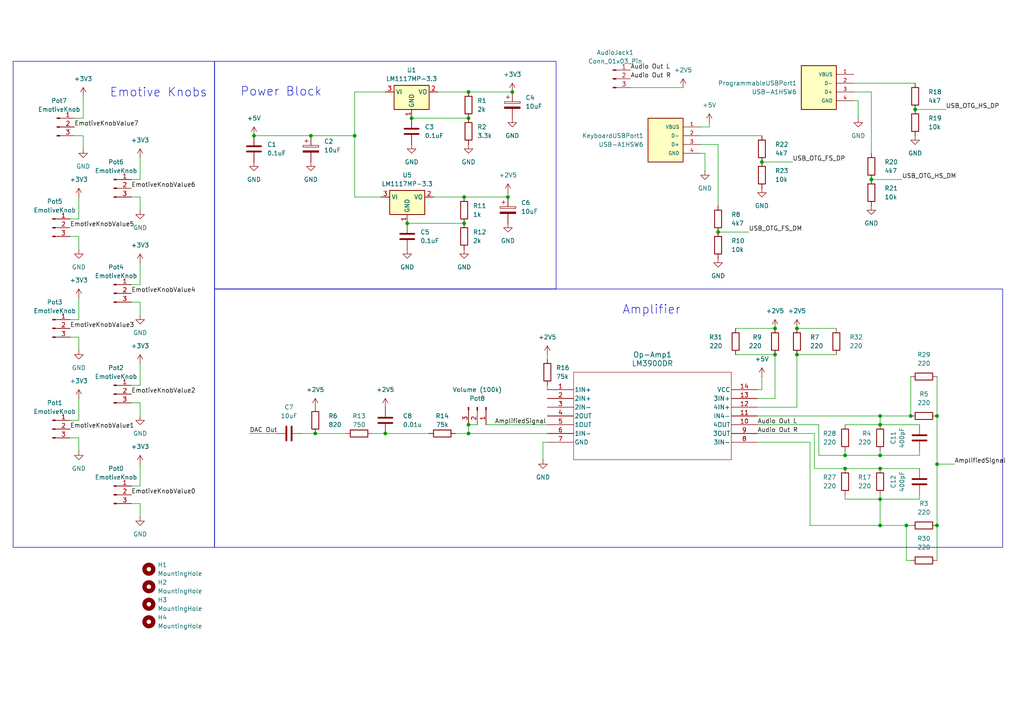
<source format=kicad_sch>
(kicad_sch (version 20231120) (generator "eeschema") (generator_version "8.0")
  (paper "A4")
  (junction (at 381 -10.16))
  (junction (at 245.11 -80.01))
  (junction (at 381 -27.94))
  (junction (at 148.59 26.67))
  (junction (at 339.09 73.66))
  (junction (at 111.76 125.73))
  (junction (at 265.43 31.75))
  (junction (at 240.03 -44.45))
  (junction (at 135.89 26.67))
  (junction (at 134.62 57.15))
  (junction (at 91.44 125.73))
  (junction (at 381 10.16))
  (junction (at 135.89 125.73))
  (junction (at 427.99 -71.12))
  (junction (at 255.27 120.65))
  (junction (at 427.99 -73.66))
  (junction (at 381 -25.4))
  (junction (at 334.01 73.66))
  (junction (at 381 25.4))
  (junction (at 331.47 73.66))
  (junction (at 381 7.62))
  (junction (at 381 20.32))
  (junction (at 90.17 39.37))
  (junction (at 255.27 132.08))
  (junction (at 427.99 -85.09))
  (junction (at 381 15.24))
  (junction (at 381 -22.86))
  (junction (at 427.99 -63.5))
  (junction (at 73.66 39.37))
  (junction (at 119.38 34.29))
  (junction (at 264.16 120.65))
  (junction (at 118.11 64.77))
  (junction (at 252.73 52.07))
  (junction (at 427.99 -68.58))
  (junction (at 381 -30.48))
  (junction (at 381 30.48))
  (junction (at 134.62 64.77))
  (junction (at 381 35.56))
  (junction (at 381 0))
  (junction (at 255.27 144.78))
  (junction (at 427.99 -66.04))
  (junction (at 381 -7.62))
  (junction (at 427.99 -53.34))
  (junction (at 271.78 152.4))
  (junction (at 245.11 135.89))
  (junction (at 231.14 95.25))
  (junction (at 381 2.54))
  (junction (at 224.79 95.25))
  (junction (at 245.11 -72.39))
  (junction (at 381 27.94))
  (junction (at 381 5.08))
  (junction (at 427.99 -50.8))
  (junction (at 147.32 57.15))
  (junction (at 220.98 46.99))
  (junction (at 427.99 -76.2))
  (junction (at 102.87 39.37))
  (junction (at 224.79 102.87))
  (junction (at 271.78 134.62))
  (junction (at 381 -20.32))
  (junction (at 381 33.02))
  (junction (at 255.27 135.89))
  (junction (at 208.28 67.31))
  (junction (at 245.11 -87.63))
  (junction (at 381 -2.54))
  (junction (at 231.14 102.87))
  (junction (at 381 17.78))
  (junction (at 381 -5.08))
  (junction (at 381 -12.7))
  (junction (at 245.11 132.08))
  (junction (at 425.45 96.52))
  (junction (at 255.27 123.19))
  (junction (at 335.28 167.64))
  (junction (at 381 -15.24))
  (junction (at 135.89 123.19))
  (junction (at 425.45 99.06))
  (junction (at 381 22.86))
  (junction (at 262.89 152.4))
  (junction (at 255.27 152.4))
  (junction (at 135.89 34.29))
  (junction (at 336.55 73.66))
  (junction (at 425.45 101.6))
  (junction (at 381 12.7))
  (junction (at 381 -17.78))
  (junction (at 271.78 120.65))
  (junction (at 427.99 -55.88))
  (wire (pts (xy 266.7 130.81) (xy 266.7 132.08)))
  (wire (pts (xy 125.73 57.15) (xy 134.62 57.15)))
  (wire (pts (xy 118.11 64.77) (xy 134.62 64.77)))
  (wire (pts (xy 255.27 135.89) (xy 266.7 135.89)))
  (wire (pts (xy 245.11 -87.63) (xy 245.11 -80.01)))
  (wire (pts (xy 220.98 46.99) (xy 229.87 46.99)))
  (wire (pts (xy 127 26.67) (xy 135.89 26.67)))
  (wire (pts (xy 381 20.32) (xy 381 22.86)))
  (wire (pts (xy 255.27 144.78) (xy 266.7 144.78)))
  (wire (pts (xy 245.11 135.89) (xy 236.22 135.89)))
  (wire (pts (xy 421.64 -71.12) (xy 427.99 -71.12)))
  (wire (pts (xy 427.99 -55.88) (xy 427.99 -58.42)))
  (wire (pts (xy 87.63 125.73) (xy 91.44 125.73)))
  (wire (pts (xy 134.62 57.15) (xy 147.32 57.15)))
  (wire (pts (xy 240.03 -59.69) (xy 240.03 -54.61)))
  (wire (pts (xy 111.76 125.73) (xy 124.46 125.73)))
  (wire (pts (xy 240.03 -52.07) (xy 251.46 -52.07)))
  (wire (pts (xy 20.32 63.5) (xy 22.86 63.5)))
  (wire (pts (xy 38.1 52.07) (xy 40.64 52.07)))
  (wire (pts (xy 381 15.24) (xy 381 17.78)))
  (wire (pts (xy 427.99 -60.96) (xy 427.99 -63.5)))
  (wire (pts (xy 208.28 59.69) (xy 208.28 41.91)))
  (wire (pts (xy 219.71 113.03) (xy 220.98 113.03)))
  (wire (pts (xy 427.99 -53.34) (xy 427.99 -55.88)))
  (wire (pts (xy 255.27 132.08) (xy 266.7 132.08)))
  (wire (pts (xy 381 -7.62) (xy 381 -5.08)))
  (wire (pts (xy 381 2.54) (xy 381 5.08)))
  (wire (pts (xy 316.23 142.24) (xy 308.61 142.24)))
  (wire (pts (xy 203.2 36.83) (xy 205.74 36.83)))
  (wire (pts (xy 427.99 -66.04) (xy 427.99 -63.5)))
  (wire (pts (xy 421.64 -58.42) (xy 427.99 -58.42)))
  (wire (pts (xy 38.1 140.97) (xy 40.64 140.97)))
  (wire (pts (xy 381 27.94) (xy 381 30.48)))
  (wire (pts (xy 22.86 68.58) (xy 22.86 72.39)))
  (wire (pts (xy 252.73 26.67) (xy 247.65 26.67)))
  (wire (pts (xy 234.95 128.27) (xy 219.71 128.27)))
  (wire (pts (xy 381 0) (xy 381 2.54)))
  (wire (pts (xy 40.64 57.15) (xy 40.64 60.96)))
  (wire (pts (xy 40.64 45.72) (xy 40.64 52.07)))
  (wire (pts (xy 421.64 -53.34) (xy 427.99 -53.34)))
  (wire (pts (xy 381 -20.32) (xy 381 -17.78)))
  (wire (pts (xy 255.27 143.51) (xy 255.27 144.78)))
  (wire (pts (xy 237.49 123.19) (xy 219.71 123.19)))
  (wire (pts (xy 20.32 121.92) (xy 22.86 121.92)))
  (wire (pts (xy 381 25.4) (xy 381 27.94)))
  (wire (pts (xy 421.64 -76.2) (xy 427.99 -76.2)))
  (wire (pts (xy 271.78 134.62) (xy 271.78 152.4)))
  (wire (pts (xy 381 -22.86) (xy 381 -20.32)))
  (wire (pts (xy 24.13 39.37) (xy 24.13 43.18)))
  (wire (pts (xy 22.86 86.36) (xy 22.86 92.71)))
  (wire (pts (xy 252.73 52.07) (xy 261.62 52.07)))
  (wire (pts (xy 248.92 29.21) (xy 247.65 29.21)))
  (wire (pts (xy 213.36 95.25) (xy 224.79 95.25)))
  (wire (pts (xy 425.45 101.6) (xy 425.45 113.03)))
  (wire (pts (xy 135.89 125.73) (xy 158.75 125.73)))
  (wire (pts (xy 240.03 -54.61) (xy 251.46 -54.61)))
  (wire (pts (xy 22.86 57.15) (xy 22.86 63.5)))
  (wire (pts (xy 224.79 102.87) (xy 224.79 115.57)))
  (wire (pts (xy 421.64 101.6) (xy 425.45 101.6)))
  (wire (pts (xy 316.23 83.82) (xy 303.53 83.82)))
  (wire (pts (xy 245.11 -87.63) (xy 251.46 -87.63)))
  (wire (pts (xy 421.64 99.06) (xy 425.45 99.06)))
  (wire (pts (xy 334.01 73.66) (xy 336.55 73.66)))
  (wire (pts (xy 245.11 144.78) (xy 255.27 144.78)))
  (wire (pts (xy 102.87 26.67) (xy 111.76 26.67)))
  (wire (pts (xy 132.08 125.73) (xy 135.89 125.73)))
  (wire (pts (xy 381 5.08) (xy 381 7.62)))
  (wire (pts (xy 21.59 39.37) (xy 24.13 39.37)))
  (wire (pts (xy 265.43 31.75) (xy 274.32 31.75)))
  (wire (pts (xy 425.45 96.52) (xy 425.45 99.06)))
  (wire (pts (xy 20.32 127) (xy 22.86 127)))
  (wire (pts (xy 381 -5.08) (xy 381 -2.54)))
  (wire (pts (xy 38.1 111.76) (xy 40.64 111.76)))
  (wire (pts (xy 102.87 39.37) (xy 102.87 57.15)))
  (wire (pts (xy 313.69 91.44) (xy 316.23 91.44)))
  (wire (pts (xy 73.66 39.37) (xy 90.17 39.37)))
  (wire (pts (xy 425.45 93.98) (xy 425.45 96.52)))
  (wire (pts (xy 435.61 -85.09) (xy 438.15 -85.09)))
  (wire (pts (xy 158.75 102.87) (xy 158.75 104.14)))
  (wire (pts (xy 245.11 132.08) (xy 237.49 132.08)))
  (wire (pts (xy 219.71 120.65) (xy 255.27 120.65)))
  (wire (pts (xy 421.64 -40.64) (xy 431.8 -40.64)))
  (wire (pts (xy 91.44 125.73) (xy 100.33 125.73)))
  (wire (pts (xy 158.75 111.76) (xy 158.75 113.03)))
  (wire (pts (xy 303.53 83.82) (xy 303.53 86.36)))
  (wire (pts (xy 22.86 115.57) (xy 22.86 121.92)))
  (wire (pts (xy 381 -10.16) (xy 381 -7.62)))
  (wire (pts (xy 158.75 128.27) (xy 157.48 128.27)))
  (wire (pts (xy 381 -15.24) (xy 381 -12.7)))
  (wire (pts (xy 231.14 102.87) (xy 242.57 102.87)))
  (wire (pts (xy 38.1 87.63) (xy 40.64 87.63)))
  (wire (pts (xy 271.78 152.4) (xy 271.78 162.56)))
  (wire (pts (xy 266.7 143.51) (xy 266.7 144.78)))
  (wire (pts (xy 38.1 146.05) (xy 40.64 146.05)))
  (wire (pts (xy 381 12.7) (xy 381 15.24)))
  (wire (pts (xy 236.22 125.73) (xy 219.71 125.73)))
  (wire (pts (xy 381 -17.78) (xy 381 -15.24)))
  (wire (pts (xy 264.16 109.22) (xy 264.16 120.65)))
  (wire (pts (xy 40.64 76.2) (xy 40.64 82.55)))
  (wire (pts (xy 381 22.86) (xy 381 25.4)))
  (wire (pts (xy 339.09 73.66) (xy 341.63 73.66)))
  (wire (pts (xy 22.86 97.79) (xy 22.86 101.6)))
  (wire (pts (xy 245.11 -72.39) (xy 251.46 -72.39)))
  (wire (pts (xy 262.89 152.4) (xy 262.89 162.56)))
  (wire (pts (xy 90.17 39.37) (xy 102.87 39.37)))
  (wire (pts (xy 438.15 -86.36) (xy 438.15 -85.09)))
  (wire (pts (xy 271.78 109.22) (xy 271.78 120.65)))
  (wire (pts (xy 421.64 96.52) (xy 425.45 96.52)))
  (wire (pts (xy 21.59 34.29) (xy 24.13 34.29)))
  (wire (pts (xy 231.14 118.11) (xy 231.14 102.87)))
  (wire (pts (xy 381 -33.02) (xy 381 -30.48)))
  (wire (pts (xy 419.1 -85.09) (xy 420.37 -85.09)))
  (wire (pts (xy 245.11 123.19) (xy 255.27 123.19)))
  (wire (pts (xy 22.86 127) (xy 22.86 130.81)))
  (wire (pts (xy 335.28 167.64) (xy 335.28 172.72)))
  (wire (pts (xy 255.27 120.65) (xy 255.27 123.19)))
  (wire (pts (xy 427.99 -85.09) (xy 427.99 -76.2)))
  (wire (pts (xy 245.11 130.81) (xy 245.11 132.08)))
  (wire (pts (xy 110.49 57.15) (xy 102.87 57.15)))
  (wire (pts (xy 119.38 34.29) (xy 135.89 34.29)))
  (wire (pts (xy 421.64 -63.5) (xy 427.99 -63.5)))
  (wire (pts (xy 433.07 -50.8) (xy 433.07 -53.34)))
  (wire (pts (xy 255.27 120.65) (xy 264.16 120.65)))
  (wire (pts (xy 262.89 152.4) (xy 264.16 152.4)))
  (wire (pts (xy 107.95 125.73) (xy 111.76 125.73)))
  (wire (pts (xy 381 -27.94) (xy 381 -25.4)))
  (wire (pts (xy 224.79 115.57) (xy 219.71 115.57)))
  (wire (pts (xy 262.89 162.56) (xy 264.16 162.56)))
  (wire (pts (xy 255.27 135.89) (xy 245.11 135.89)))
  (wire (pts (xy 208.28 41.91) (xy 203.2 41.91)))
  (wire (pts (xy 40.64 146.05) (xy 40.64 149.86)))
  (wire (pts (xy 251.46 -95.25) (xy 245.11 -95.25)))
  (wire (pts (xy 234.95 152.4) (xy 255.27 152.4)))
  (wire (pts (xy 421.64 -50.8) (xy 427.99 -50.8)))
  (wire (pts (xy 255.27 132.08) (xy 245.11 132.08)))
  (wire (pts (xy 40.64 105.41) (xy 40.64 111.76)))
  (wire (pts (xy 234.95 128.27) (xy 234.95 152.4)))
  (wire (pts (xy 220.98 109.22) (xy 220.98 113.03)))
  (wire (pts (xy 334.01 167.64) (xy 335.28 167.64)))
  (wire (pts (xy 427.99 -50.8) (xy 433.07 -50.8)))
  (wire (pts (xy 276.86 134.62) (xy 271.78 134.62)))
  (wire (pts (xy 182.88 25.4) (xy 198.12 25.4)))
  (wire (pts (xy 229.87 -44.45) (xy 240.03 -44.45)))
  (wire (pts (xy 231.14 95.25) (xy 242.57 95.25)))
  (wire (pts (xy 208.28 67.31) (xy 217.17 67.31)))
  (wire (pts (xy 38.1 57.15) (xy 40.64 57.15)))
  (wire (pts (xy 252.73 44.45) (xy 252.73 26.67)))
  (wire (pts (xy 135.89 26.67) (xy 148.59 26.67)))
  (wire (pts (xy 245.11 143.51) (xy 245.11 144.78)))
  (wire (pts (xy 427.99 -76.2) (xy 427.99 -73.66)))
  (wire (pts (xy 237.49 132.08) (xy 237.49 123.19)))
  (wire (pts (xy 339.09 69.85) (xy 339.09 73.66)))
  (wire (pts (xy 20.32 68.58) (xy 22.86 68.58)))
  (wire (pts (xy 421.64 -55.88) (xy 427.99 -55.88)))
  (wire (pts (xy 381 -12.7) (xy 381 -10.16)))
  (wire (pts (xy 213.36 102.87) (xy 224.79 102.87)))
  (wire (pts (xy 40.64 87.63) (xy 40.64 91.44)))
  (wire (pts (xy 425.45 99.06) (xy 425.45 101.6)))
  (wire (pts (xy 271.78 120.65) (xy 271.78 134.62)))
  (wire (pts (xy 331.47 73.66) (xy 334.01 73.66)))
  (wire (pts (xy 381 10.16) (xy 381 12.7)))
  (wire (pts (xy 427.99 -71.12) (xy 427.99 -68.58)))
  (wire (pts (xy 138.43 123.19) (xy 135.89 123.19)))
  (wire (pts (xy 336.55 73.66) (xy 339.09 73.66)))
  (wire (pts (xy 381 -25.4) (xy 381 -22.86)))
  (wire (pts (xy 316.23 88.9) (xy 313.69 88.9)))
  (wire (pts (xy 381 -30.48) (xy 381 -27.94)))
  (wire (pts (xy 240.03 -87.63) (xy 245.11 -87.63)))
  (wire (pts (xy 219.71 118.11) (xy 231.14 118.11)))
  (wire (pts (xy 20.32 92.71) (xy 22.86 92.71)))
  (wire (pts (xy 381 35.56) (xy 381 39.37)))
  (wire (pts (xy 24.13 27.94) (xy 24.13 34.29)))
  (wire (pts (xy 421.64 93.98) (xy 425.45 93.98)))
  (wire (pts (xy 255.27 130.81) (xy 255.27 132.08)))
  (wire (pts (xy 255.27 144.78) (xy 255.27 152.4)))
  (wire (pts (xy 157.48 128.27) (xy 157.48 133.35)))
  (wire (pts (xy 335.28 167.64) (xy 336.55 167.64)))
  (wire (pts (xy 245.11 -72.39) (xy 245.11 -57.15)))
  (wire (pts (xy 313.69 88.9) (xy 313.69 91.44)))
  (wire (pts (xy 38.1 82.55) (xy 40.64 82.55)))
  (wire (pts (xy 255.27 152.4) (xy 262.89 152.4)))
  (wire (pts (xy 248.92 34.29) (xy 248.92 29.21)))
  (wire (pts (xy 421.64 -68.58) (xy 427.99 -68.58)))
  (wire (pts (xy 204.47 49.53) (xy 204.47 44.45)))
  (wire (pts (xy 381 17.78) (xy 381 20.32)))
  (wire (pts (xy 308.61 142.24) (xy 308.61 143.51)))
  (wire (pts (xy 140.97 123.19) (xy 158.75 123.19)))
  (wire (pts (xy 421.64 -60.96) (xy 427.99 -60.96)))
  (wire (pts (xy 421.64 -73.66) (xy 427.99 -73.66)))
  (wire (pts (xy 102.87 26.67) (xy 102.87 39.37)))
  (wire (pts (xy 245.11 -80.01) (xy 245.11 -72.39)))
  (wire (pts (xy 328.93 73.66) (xy 331.47 73.66)))
  (wire (pts (xy 40.64 116.84) (xy 40.64 120.65)))
  (wire (pts (xy 240.03 -82.55) (xy 240.03 -87.63)))
  (wire (pts (xy 247.65 24.13) (xy 265.43 24.13)))
  (wire (pts (xy 72.39 125.73) (xy 80.01 125.73)))
  (wire (pts (xy 147.32 55.88) (xy 147.32 57.15)))
  (wire (pts (xy 381 33.02) (xy 381 35.56)))
  (wire (pts (xy 236.22 135.89) (xy 236.22 125.73)))
  (wire (pts (xy 40.64 134.62) (xy 40.64 140.97)))
  (wire (pts (xy 245.11 -80.01) (xy 251.46 -80.01)))
  (wire (pts (xy 38.1 116.84) (xy 40.64 116.84)))
  (wire (pts (xy 421.64 -66.04) (xy 427.99 -66.04)))
  (wire (pts (xy 381 7.62) (xy 381 10.16)))
  (wire (pts (xy 203.2 39.37) (xy 220.98 39.37)))
  (wire (pts (xy 255.27 123.19) (xy 266.7 123.19)))
  (wire (pts (xy 204.47 44.45) (xy 203.2 44.45)))
  (wire (pts (xy 381 30.48) (xy 381 33.02)))
  (wire (pts (xy 245.11 -95.25) (xy 245.11 -87.63)))
  (wire (pts (xy 245.11 -57.15) (xy 251.46 -57.15)))
  (wire (pts (xy 381 -2.54) (xy 381 0)))
  (wire (pts (xy 135.89 123.19) (xy 135.89 125.73)))
  (wire (pts (xy 427.99 -50.8) (xy 427.99 -53.34)))
  (wire (pts (xy 20.32 97.79) (xy 22.86 97.79)))
  (wire (pts (xy 427.99 -68.58) (xy 427.99 -66.04)))
  (wire (pts (xy 427.99 -73.66) (xy 427.99 -71.12)))
  (wire (pts (xy 205.74 36.83) (xy 205.74 35.56)))
  (rectangle (start 62.23 17.78) (end 161.29 83.82))
  (rectangle (start 62.23 83.82) (end 290.83 158.75))
  (rectangle (start 3.81 17.78) (end 62.23 158.75))
  (rectangle (start -41.91 87.63) (end -41.91 87.63))
  (text "Amplifier" (at 188.976 89.916 0) (effects (font (size 2.54 2.54))))
  (text "Power Block" (at 81.534 26.67 0) (effects (font (size 2.54 2.54))))
  (text "Emotive Knobs" (at 45.974 26.924 0) (effects (font (size 2.54 2.54))))
  (label "DE" (at 351.79 154.94 0))
  (label "PB3" (at 351.79 129.54 0))
  (label "HPD_OUT" (at 351.79 152.4 0))
  (label "EmotiveKnobValue7" (at 351.79 124.46 0))
  (label "TXC-" (at 421.64 -17.78 0))
  (label "EmotiveKnobValue5" (at 351.79 96.52 0))
  (label "EmotiveKnobValue2" (at 38.1 114.3 0))
  (label "EmotiveKnobValue4" (at 351.79 93.98 0))
  (label "Audio Out L" (at 219.71 123.19 0))
  (label "TX0+" (at 251.46 -82.55 180))
  (label "EmotiveKnobValue2" (at 351.79 83.82 0))
  (label "EmotiveKnobValue4" (at 38.1 85.09 0))
  (label "USB_OTG_HS_DM" (at 261.62 52.07 0))
  (label "TXC+" (at 421.64 -20.32 0))
  (label "USB_OTG_HS_DP" (at 274.32 31.75 0))
  (label "CEC_A" (at 421.64 50.8 0))
  (label "PB8" (at 351.79 142.24 0))
  (label "TX2-" (at 251.46 -92.71 180))
  (label "AmplifiedSignal" (at 276.86 134.62 0))
  (label "TX0-" (at 251.46 -77.47 180))
  (label "AmplifiedSignal" (at 143.51 123.19 0))
  (label "USB_OTG_FS_DP" (at 351.79 106.68 0))
  (label "EmotiveKnobValue0" (at 38.1 143.51 0))
  (label "EmotiveKnobValue1" (at 20.32 124.46 0))
  (label "PB9" (at 381 -35.56 180))
  (label "DAC Out" (at 351.79 88.9 0))
  (label "PB2" (at 381 -53.34 180))
  (label "TX2+" (at 251.46 -97.79 180))
  (label "PB4" (at 381 -48.26 180))
  (label "USB_OTG_FS_DP" (at 229.87 46.99 0))
  (label "TX1+" (at 421.64 -30.48 0))
  (label "HPD_IN" (at 229.87 -44.45 180))
  (label "DSCL" (at 421.64 38.1 0))
  (label "TX1-" (at 251.46 -85.09 180))
  (label "USB_OTG_FS_DM" (at 351.79 109.22 0))
  (label "USB_OTG_FS_DM" (at 217.17 67.31 0))
  (label "EmotiveKnobValue0" (at 351.79 78.74 0))
  (label "DAC Out" (at 72.39 125.73 0))
  (label "USB_OTG_HS_DP" (at 351.79 157.48 0))
  (label "PB5" (at 351.79 134.62 0))
  (label "PB5" (at 381 -45.72 180))
  (label "TX2-" (at 421.64 -22.86 0))
  (label "TX1+" (at 251.46 -90.17 180))
  (label "HPD_IN" (at 351.79 149.86 0))
  (label "PB4" (at 351.79 132.08 0))
  (label "EmotiveKnobValue7" (at 21.59 36.83 0))
  (label "TXC-" (at 251.46 -69.85 180))
  (label "PB2" (at 351.79 127 0))
  (label "PB3" (at 381 -50.8 180))
  (label "IDCK" (at 351.79 147.32 0))
  (label "PB7" (at 351.79 139.7 0))
  (label "Audio Out L" (at 182.88 20.32 0))
  (label "PB9" (at 351.79 144.78 0))
  (label "DSDA" (at 421.64 40.64 0))
  (label "EmotiveKnobValue5" (at 20.32 66.04 0))
  (label "TXC+" (at 251.46 -74.93 180))
  (label "DSCL" (at 251.46 -62.23 180))
  (label "EmotiveKnobValue1" (at 351.79 81.28 0))
  (label "HPD_OUT" (at 421.64 17.78 0))
  (label "EmotiveKnobValue6" (at 351.79 121.92 0))
  (label "TX1-" (at 421.64 -27.94 0))
  (label "EmotiveKnobValue3" (at 20.32 95.25 0))
  (label "TX0-" (at 421.64 -33.02 0))
  (label "EmotiveKnobValue3" (at 351.79 86.36 0))
  (label "CEC_A" (at 251.46 -67.31 180))
  (label "DSDA" (at 251.46 -59.69 180))
  (label "Audio Out R" (at 182.88 22.86 0))
  (label "PB7" (at 381 -40.64 180))
  (label "EmotiveKnobValue6" (at 38.1 54.61 0))
  (label "PB6" (at 351.79 137.16 0))
  (label "TX2+" (at 421.64 -25.4 0))
  (label "PB8" (at 381 -38.1 180))
  (label "DE" (at 381 -63.5 180))
  (label "TX0+" (at 421.64 -35.56 0))
  (label "PB6" (at 381 -43.18 180))
  (label "Audio Out R" (at 219.71 125.73 0))
  (label "IDCK" (at 381 -66.04 180))
  (label "USB_OTG_HS_DM" (at 351.79 160.02 0))
  (symbol (lib_id "Device:R") (at 135.89 38.1 0) (unit 1)
    (property "Reference" "R2" (at 138.43 36.8299 0) (effects (justify left)))
    (property "Value" "3.3k" (at 138.43 39.3699 0) (effects (justify left)))
    (property "Footprint" "Resistor_THT:R_Axial_DIN0207_L6.3mm_D2.5mm_P7.62mm_Horizontal" (effects (hide yes)))
    (property "Description" "Resistor" (effects (hide yes)))
  )
  (symbol (lib_id "Device:R") (at 424.18 -85.09 90) (mirror x) (unit 1)
    (property "Reference" "R34" (at 425.4501 -88.9 0) (effects (justify right)))
    (property "Value" "5k6" (at 422.9101 -88.9 0) (effects (justify right)))
    (property "Footprint" "Resistor_THT:R_Axial_DIN0207_L6.3mm_D2.5mm_P7.62mm_Horizontal" (effects (hide yes)))
    (property "Description" "Resistor" (effects (hide yes)))
  )
  (symbol (lib_id "power:GND") (at 135.89 41.91 0) (unit 1)
    (property "Reference" "#PWR05" (effects (hide yes)))
    (property "Value" "GND" (at 135.89 46.99 0))
    (property "Description" "Power symbol creates a global label with name \"GND\" , ground" (effects (hide yes)))
  )
  (symbol (lib_id "Device:R") (at 242.57 99.06 180) (unit 1)
    (property "Reference" "R32" (at 246.38 97.7899 0) (effects (justify right)))
    (property "Value" "220" (at 246.38 100.3299 0) (effects (justify right)))
    (property "Footprint" "Resistor_THT:R_Axial_DIN0207_L6.3mm_D2.5mm_P7.62mm_Horizontal" (effects (hide yes)))
    (property "Description" "Resistor" (effects (hide yes)))
  )
  (symbol (lib_id "power:GND") (at 252.73 59.69 0) (unit 1)
    (property "Reference" "#PWR050" (effects (hide yes)))
    (property "Value" "GND" (at 252.73 64.77 0))
    (property "Description" "Power symbol creates a global label with name \"GND\" , ground" (effects (hide yes)))
  )
  (symbol (lib_id "Device:R") (at 265.43 27.94 180) (unit 1)
    (property "Reference" "R18" (at 269.24 26.6699 0) (effects (justify right)))
    (property "Value" "4k7" (at 269.24 29.2099 0) (effects (justify right)))
    (property "Footprint" "Resistor_THT:R_Axial_DIN0207_L6.3mm_D2.5mm_P7.62mm_Horizontal" (effects (hide yes)))
    (property "Description" "Resistor" (effects (hide yes)))
  )
  (symbol (lib_id "power:GND") (at 240.03 -82.55 0) (unit 1)
    (property "Reference" "#PWR056" (effects (hide yes)))
    (property "Value" "GND" (at 240.03 -77.47 0))
    (property "Description" "Power symbol creates a global label with name \"GND\" , ground" (effects (hide yes)))
  )
  (symbol (lib_id "power:GND") (at 22.86 101.6 0) (unit 1)
    (property "Reference" "#PWR015" (effects (hide yes)))
    (property "Value" "GND" (at 22.86 106.68 0))
    (property "Description" "Power symbol creates a global label with name \"GND\" , ground" (effects (hide yes)))
  )
  (symbol (lib_id "Device:R") (at 240.03 -40.64 180) (unit 1)
    (property "Reference" "R25" (at 243.84 -41.9101 0) (effects (justify right)))
    (property "Value" "10k" (at 243.84 -39.3701 0) (effects (justify right)))
    (property "Footprint" "Resistor_THT:R_Axial_DIN0207_L6.3mm_D2.5mm_P7.62mm_Horizontal" (effects (hide yes)))
    (property "Description" "Resistor" (effects (hide yes)))
  )
  (symbol (lib_id "Device:R") (at 135.89 30.48 0) (unit 1)
    (property "Reference" "R1" (at 138.43 29.2099 0) (effects (justify left)))
    (property "Value" "2k" (at 138.43 31.7499 0) (effects (justify left)))
    (property "Footprint" "Resistor_THT:R_Axial_DIN0207_L6.3mm_D2.5mm_P7.62mm_Horizontal" (effects (hide yes)))
    (property "Description" "Resistor" (effects (hide yes)))
  )
  (symbol (lib_id "Device:C") (at 118.11 68.58 0) (unit 1)
    (property "Reference" "C5" (at 121.92 67.3099 0) (effects (justify left)))
    (property "Value" "0.1uF" (at 121.92 69.8499 0) (effects (justify left)))
    (property "Footprint" "Capacitor_THT:C_Disc_D6.0mm_W4.4mm_P5.00mm" (effects (hide yes)))
    (property "Description" "Unpolarized capacitor" (effects (hide yes)))
  )
  (symbol (lib_id "power:+3V3") (at 339.09 69.85 0) (unit 1)
    (property "Reference" "#PWR038" (effects (hide yes)))
    (property "Value" "+3V3" (at 339.09 64.77 0))
    (property "Description" "Power symbol creates a global label with name \"+3V3\"" (effects (hide yes)))
  )
  (symbol (lib_id "power:+3V3") (at 40.64 105.41 0) (unit 1)
    (property "Reference" "#PWR012" (effects (hide yes)))
    (property "Value" "+3V3" (at 40.64 100.33 0))
    (property "Description" "Power symbol creates a global label with name \"+3V3\"" (effects (hide yes)))
  )
  (symbol (lib_id "MCU_ST_STM32F7:STM32F722RCTx") (at 334.01 121.92 0) (unit 1)
    (property "Reference" "U6" (at 338.7441 167.64 0) (effects (justify left)))
    (property "Value" "STM32F722RCTx" (at 338.7441 170.18 0) (effects (justify left)))
    (property "Footprint" "Package_QFP:LQFP-64_10x10mm_P0.5mm" (effects (hide yes)))
    (property "Datasheet" "https://www.st.com/resource/en/datasheet/stm32f722rc.pdf" (effects (hide yes)))
    (property "Description" "STMicroelectronics Arm Cortex-M7 MCU, 256KB flash, 256KB RAM, 216 MHz, 1.7-3.6V, 50 GPIO, LQFP64" (effects (hide yes)))
  )
  (symbol (lib_id "power:GND") (at 303.53 93.98 0) (unit 1)
    (property "Reference" "#PWR039" (effects (hide yes)))
    (property "Value" "GND" (at 303.53 99.06 0))
    (property "Description" "Power symbol creates a global label with name \"GND\" , ground" (effects (hide yes)))
  )
  (symbol (lib_id "power:+2V5") (at 147.32 55.88 0) (unit 1)
    (property "Reference" "#PWR031" (effects (hide yes)))
    (property "Value" "+2V5" (at 147.32 50.8 0))
    (property "Description" "Power symbol creates a global label with name \"+2V5\"" (effects (hide yes)))
  )
  (symbol (lib_id "power:GND") (at 248.92 34.29 0) (unit 1)
    (property "Reference" "#PWR036" (effects (hide yes)))
    (property "Value" "GND" (at 248.92 39.37 0))
    (property "Description" "Power symbol creates a global label with name \"GND\" , ground" (effects (hide yes)))
  )
  (symbol (lib_id "SII1136CTU:SII1136CTU") (at 401.32 -15.24 0) (unit 1)
    (property "Reference" "U2" (at 401.32 -82.55 0))
    (property "Value" "SII1136CTU" (at 401.32 -80.01 0))
    (property "Footprint" "Package_QFP:TQFP-100-1EP_14x14mm_P0.5mm_EP5x5mm" (effects (hide yes)))
    (property "E1_MIN" "13.9" (effects (hide yes)))
    (property "B_NOM" "0.22" (effects (hide yes)))
    (property "D1_NOM" "14.0" (effects (hide yes)))
    (property "E1_NOM" "14.0" (effects (hide yes)))
    (property "PIN_COUNT_D" "25.0" (effects (hide yes)))
    (property "B_MAX" "0.27" (effects (hide yes)))
    (property "ENOM" "0.5" (effects (hide yes)))
    (property "D_NOM" "16.0" (effects (hide yes)))
    (property "D_MAX" "16.1" (effects (hide yes)))
    (property "L_MAX" "0.75" (effects (hide yes)))
    (property "A_MAX" "1.2" (effects (hide yes)))
    (property "D1_MAX" "14.1" (effects (hide yes)))
    (property "D1_MIN" "13.9" (effects (hide yes)))
    (property "E2_NOM" "5.0" (effects (hide yes)))
    (property "D2_NOM" "5.0" (effects (hide yes)))
    (property "E_NOM" "16.0" (effects (hide yes)))
    (property "B_MIN" "0.17" (effects (hide yes)))
    (property "STANDARD" "IPC 7351B" (effects (hide yes)))
    (property "L_NOM" "0.6" (effects (hide yes)))
    (property "MANUFACTURER" "Lattice Semiconductor" (effects (hide yes)))
    (property "A1_MIN" "0.05" (effects (hide yes)))
    (property "E1_MAX" "14.1" (effects (hide yes)))
    (property "PIN_COUNT_E" "25.0" (effects (hide yes)))
    (property "E_MIN" "15.9" (effects (hide yes)))
    (property "D_MIN" "15.9" (effects (hide yes)))
    (property "L_MIN" "0.45" (effects (hide yes)))
    (property "E_MAX" "16.1" (effects (hide yes)))
  )
  (symbol (lib_id "power:+5V") (at 220.98 109.22 0) (unit 1)
    (property "Reference" "#PWR044" (effects (hide yes)))
    (property "Value" "+5V" (at 220.98 104.14 0))
    (property "Description" "Power symbol creates a global label with name \"+5V\"" (effects (hide yes)))
  )
  (symbol (lib_id "Device:R") (at 255.27 127 0) (mirror x) (unit 1)
    (property "Reference" "R4" (at 252.73 125.7299 0) (effects (justify right)))
    (property "Value" "220" (at 252.73 128.2699 0) (effects (justify right)))
    (property "Footprint" "Resistor_THT:R_Axial_DIN0207_L6.3mm_D2.5mm_P7.62mm_Horizontal" (effects (hide yes)))
    (property "Description" "Resistor" (effects (hide yes)))
  )
  (symbol (lib_id "power:GND") (at 119.38 41.91 0) (unit 1)
    (property "Reference" "#PWR04" (effects (hide yes)))
    (property "Value" "GND" (at 119.38 46.99 0))
    (property "Description" "Power symbol creates a global label with name \"GND\" , ground" (effects (hide yes)))
  )
  (symbol (lib_id "power:GND") (at 148.59 34.29 0) (unit 1)
    (property "Reference" "#PWR06" (effects (hide yes)))
    (property "Value" "GND" (at 148.59 39.37 0))
    (property "Description" "Power symbol creates a global label with name \"GND\" , ground" (effects (hide yes)))
  )
  (symbol (lib_id "power:GND") (at 22.86 72.39 0) (unit 1)
    (property "Reference" "#PWR019" (effects (hide yes)))
    (property "Value" "GND" (at 22.86 77.47 0))
    (property "Description" "Power symbol creates a global label with name \"GND\" , ground" (effects (hide yes)))
  )
  (symbol (lib_id "Mechanical:MountingHole") (at 43.18 170.18 0) (unit 1) (exclude_from_sim yes) (in_bom no)
    (property "Reference" "H2" (at 45.72 168.9099 0) (effects (justify left)))
    (property "Value" "MountingHole" (at 45.72 171.4499 0) (effects (justify left)))
    (property "Footprint" "MountingHole:MountingHole_3.2mm_M3" (effects (hide yes)))
    (property "Description" "Mounting Hole without connection" (effects (hide yes)))
  )
  (symbol (lib_id "power:GND") (at 381 39.37 0) (unit 1)
    (property "Reference" "#PWR055" (effects (hide yes)))
    (property "Value" "GND" (at 381 44.45 0))
    (property "Description" "Power symbol creates a global label with name \"GND\" , ground" (effects (hide yes)))
  )
  (symbol (lib_id "power:+5V") (at 73.66 39.37 0) (unit 1)
    (property "Reference" "#PWR01" (effects (hide yes)))
    (property "Value" "+5V" (at 73.66 34.29 0))
    (property "Description" "Power symbol creates a global label with name \"+5V\"" (effects (hide yes)))
  )
  (symbol (lib_id "Device:R") (at 303.53 90.17 180) (unit 1)
    (property "Reference" "R15" (at 306.07 88.8999 0) (effects (justify right)))
    (property "Value" "10k" (at 306.07 91.4399 0) (effects (justify right)))
    (property "Footprint" "Resistor_THT:R_Axial_DIN0207_L6.3mm_D2.5mm_P7.62mm_Horizontal" (effects (hide yes)))
    (property "Description" "Resistor" (effects (hide yes)))
  )
  (symbol (lib_id "power:GND") (at 24.13 43.18 0) (unit 1)
    (property "Reference" "#PWR023" (effects (hide yes)))
    (property "Value" "GND" (at 24.13 48.26 0))
    (property "Description" "Power symbol creates a global label with name \"GND\" , ground" (effects (hide yes)))
  )
  (symbol (lib_id "power:GND") (at 40.64 120.65 0) (unit 1)
    (property "Reference" "#PWR013" (effects (hide yes)))
    (property "Value" "GND" (at 40.64 125.73 0))
    (property "Description" "Power symbol creates a global label with name \"GND\" , ground" (effects (hide yes)))
  )
  (symbol (lib_id "Device:C") (at 83.82 125.73 90) (unit 1)
    (property "Reference" "C7" (at 83.82 118.11 90))
    (property "Value" "10uF" (at 83.82 120.65 90))
    (property "Footprint" "Capacitor_THT:CP_Radial_D7.5mm_P2.50mm" (effects (hide yes)))
    (property "Description" "Unpolarized capacitor" (effects (hide yes)))
  )
  (symbol (lib_id "2024-10-03_04-50-33:LM3900DR") (at 158.75 113.03 0) (unit 1)
    (property "Reference" "Op-Amp1" (at 189.23 102.87 0) (effects (font (size 1.524 1.524))))
    (property "Value" "LM3900DR" (at 189.23 105.41 0) (effects (font (size 1.524 1.524))))
    (property "Footprint" "Package_DIP:DIP-14_W7.62mm_Socket" (effects (hide yes)))
    (property "Datasheet" "LM3900DR" (effects (hide yes)))
  )
  (symbol (lib_id "Device:R") (at 252.73 55.88 180) (unit 1)
    (property "Reference" "R21" (at 256.54 54.6099 0) (effects (justify right)))
    (property "Value" "10k" (at 256.54 57.1499 0) (effects (justify right)))
    (property "Footprint" "Resistor_THT:R_Axial_DIN0207_L6.3mm_D2.5mm_P7.62mm_Horizontal" (effects (hide yes)))
    (property "Description" "Resistor" (effects (hide yes)))
  )
  (symbol (lib_id "power:GND") (at 157.48 133.35 0) (unit 1)
    (property "Reference" "#PWR034" (effects (hide yes)))
    (property "Value" "GND" (at 157.48 138.43 0))
    (property "Description" "Power symbol creates a global label with name \"GND\" , ground" (effects (hide yes)))
  )
  (symbol (lib_id "Device:R") (at 220.98 50.8 180) (unit 1)
    (property "Reference" "R23" (at 224.79 49.5299 0) (effects (justify right)))
    (property "Value" "10k" (at 224.79 52.0699 0) (effects (justify right)))
    (property "Footprint" "Resistor_THT:R_Axial_DIN0207_L6.3mm_D2.5mm_P7.62mm_Horizontal" (effects (hide yes)))
    (property "Description" "Resistor" (effects (hide yes)))
  )
  (symbol (lib_id "power:+5V") (at 240.03 -59.69 0) (unit 1)
    (property "Reference" "#PWR041" (effects (hide yes)))
    (property "Value" "+5V" (at 240.03 -64.77 0))
    (property "Description" "Power symbol creates a global label with name \"+5V\"" (effects (hide yes)))
  )
  (symbol (lib_id "Device:C") (at 111.76 121.92 0) (unit 1)
    (property "Reference" "C8" (at 116.84 120.6499 0) (effects (justify left)))
    (property "Value" "0.01u" (at 116.84 123.1899 0) (effects (justify left)))
    (property "Footprint" "Capacitor_THT:C_Disc_D6.0mm_W4.4mm_P5.00mm" (effects (hide yes)))
    (property "Description" "Unpolarized capacitor" (effects (hide yes)))
  )
  (symbol (lib_id "10029449_111RLF:10029449-111RLF") (at 251.46 -97.79 0) (unit 1)
    (property "Reference" "HDMI_Port1" (at 265.43 -76.2001 0) (effects (font (size 1.524 1.524)) (justify left)))
    (property "Value" "10029449-111RLF" (at 265.43 -73.6601 0) (effects (font (size 1.524 1.524)) (justify left)))
    (property "Footprint" "10029449_111RLF:CONN_10029449111_AMP" (effects (hide yes)))
    (property "Datasheet" "10029449-111RLF" (effects (hide yes)))
  )
  (symbol (lib_id "Device:R") (at 128.27 125.73 90) (unit 1)
    (property "Reference" "R14" (at 128.27 120.65 90))
    (property "Value" "75k" (at 128.27 123.19 90))
    (property "Footprint" "Resistor_THT:R_Axial_DIN0207_L6.3mm_D2.5mm_P7.62mm_Horizontal" (effects (hide yes)))
    (property "Description" "Resistor" (effects (hide yes)))
  )
  (symbol (lib_id "power:GND") (at 419.1 -85.09 0) (unit 1)
    (property "Reference" "#PWR054" (effects (hide yes)))
    (property "Value" "GND" (at 419.1 -80.01 0))
    (property "Description" "Power symbol creates a global label with name \"GND\" , ground" (effects (hide yes)))
  )
  (symbol (lib_id "Device:R") (at 104.14 125.73 90) (unit 1)
    (property "Reference" "R13" (at 104.14 120.65 90))
    (property "Value" "750" (at 104.14 123.19 90))
    (property "Footprint" "Resistor_THT:R_Axial_DIN0207_L6.3mm_D2.5mm_P7.62mm_Horizontal" (effects (hide yes)))
    (property "Description" "Resistor" (effects (hide yes)))
  )
  (symbol (lib_id "power:GND") (at 208.28 74.93 0) (unit 1)
    (property "Reference" "#PWR035" (effects (hide yes)))
    (property "Value" "GND" (at 208.28 80.01 0))
    (property "Description" "Power symbol creates a global label with name \"GND\" , ground" (effects (hide yes)))
  )
  (symbol (lib_id "power:GND") (at 308.61 151.13 0) (unit 1)
    (property "Reference" "#PWR040" (effects (hide yes)))
    (property "Value" "GND" (at 308.61 156.21 0))
    (property "Description" "Power symbol creates a global label with name \"GND\" , ground" (effects (hide yes)))
  )
  (symbol (lib_id "power:GND") (at 90.17 46.99 0) (unit 1)
    (property "Reference" "#PWR03" (effects (hide yes)))
    (property "Value" "GND" (at 90.17 52.07 0))
    (property "Description" "Power symbol creates a global label with name \"GND\" , ground" (effects (hide yes)))
  )
  (symbol (lib_id "Mechanical:MountingHole") (at 43.18 180.34 0) (unit 1) (exclude_from_sim yes) (in_bom no)
    (property "Reference" "H4" (at 45.72 179.0699 0) (effects (justify left)))
    (property "Value" "MountingHole" (at 45.72 181.6099 0) (effects (justify left)))
    (property "Footprint" "MountingHole:MountingHole_3.2mm_M3" (effects (hide yes)))
    (property "Description" "Mounting Hole without connection" (effects (hide yes)))
  )
  (symbol (lib_id "power:GND") (at 204.47 49.53 0) (unit 1)
    (property "Reference" "#PWR024" (effects (hide yes)))
    (property "Value" "GND" (at 204.47 54.61 0))
    (property "Description" "Power symbol creates a global label with name \"GND\" , ground" (effects (hide yes)))
  )
  (symbol (lib_id "USB-A1HSW6:USB-A1HSW6") (at 237.49 26.67 0) (mirror y) (unit 1)
    (property "Reference" "ProgrammableUSBPort1" (at 231.14 24.1299 0) (effects (justify left)))
    (property "Value" "USB-A1HSW6" (at 231.14 26.6699 0) (effects (justify left)))
    (property "Footprint" "USB_A1HSW6:OST_USB-A1HSW6" (effects (hide yes)))
    (property "PARTREV" "A" (effects (hide yes)))
    (property "STANDARD" "Manufacturer Recommendations" (effects (hide yes)))
    (property "MAXIMUM_PACKAGE_HEIGHT" "7.1 mm" (effects (hide yes)))
    (property "MANUFACTURER" "On Shore" (effects (hide yes)))
  )
  (symbol (lib_id "power:+5V") (at 205.74 35.56 0) (unit 1)
    (property "Reference" "#PWR025" (effects (hide yes)))
    (property "Value" "+5V" (at 205.74 30.48 0))
    (property "Description" "Power symbol creates a global label with name \"+5V\"" (effects (hide yes)))
  )
  (symbol (lib_id "power:+3V3") (at 433.07 -53.34 0) (unit 1)
    (property "Reference" "#PWR047" (effects (hide yes)))
    (property "Value" "+3V3" (at 433.07 -58.42 0))
    (property "Description" "Power symbol creates a global label with name \"+3V3\"" (effects (hide yes)))
  )
  (symbol (lib_id "power:+2V5") (at 158.75 102.87 0) (unit 1)
    (property "Reference" "#PWR043" (effects (hide yes)))
    (property "Value" "+2V5" (at 158.75 97.79 0))
    (property "Description" "Power symbol creates a global label with name \"+2V5\"" (effects (hide yes)))
  )
  (symbol (lib_id "Device:R") (at 431.8 -85.09 90) (mirror x) (unit 1)
    (property "Reference" "R35" (at 433.0701 -88.9 0) (effects (justify right)))
    (property "Value" "10k" (at 430.5301 -88.9 0) (effects (justify right)))
    (property "Footprint" "Resistor_THT:R_Axial_DIN0207_L6.3mm_D2.5mm_P7.62mm_Horizontal" (effects (hide yes)))
    (property "Description" "Resistor" (effects (hide yes)))
  )
  (symbol (lib_id "Device:R") (at 252.73 48.26 180) (unit 1)
    (property "Reference" "R20" (at 256.54 46.9899 0) (effects (justify right)))
    (property "Value" "4k7" (at 256.54 49.5299 0) (effects (justify right)))
    (property "Footprint" "Resistor_THT:R_Axial_DIN0207_L6.3mm_D2.5mm_P7.62mm_Horizontal" (effects (hide yes)))
    (property "Description" "Resistor" (effects (hide yes)))
  )
  (symbol (lib_id "power:GND") (at 73.66 46.99 0) (unit 1)
    (property "Reference" "#PWR02" (effects (hide yes)))
    (property "Value" "GND" (at 73.66 52.07 0))
    (property "Description" "Power symbol creates a global label with name \"GND\" , ground" (effects (hide yes)))
  )
  (symbol (lib_id "Device:R") (at 231.14 99.06 180) (unit 1)
    (property "Reference" "R7" (at 234.95 97.7899 0) (effects (justify right)))
    (property "Value" "220" (at 234.95 100.3299 0) (effects (justify right)))
    (property "Footprint" "Resistor_THT:R_Axial_DIN0207_L6.3mm_D2.5mm_P7.62mm_Horizontal" (effects (hide yes)))
    (property "Description" "Resistor" (effects (hide yes)))
  )
  (symbol (lib_id "Connector:Conn_01x03_Pin") (at 33.02 54.61 0) (unit 1)
    (property "Reference" "Pot6" (at 33.655 46.99 0))
    (property "Value" "EmotiveKnob" (at 33.655 49.53 0))
    (property "Footprint" "Connector_Molex:Molex_KK-254_AE-6410-03A_1x03_P2.54mm_Vertical" (effects (hide yes)))
    (property "Description" "Generic connector, single row, 01x03, script generated" (effects (hide yes)))
  )
  (symbol (lib_id "power:+2V5") (at 91.44 118.11 0) (unit 1)
    (property "Reference" "#PWR027" (effects (hide yes)))
    (property "Value" "+2V5" (at 91.44 113.03 0))
    (property "Description" "Power symbol creates a global label with name \"+2V5\"" (effects (hide yes)))
  )
  (symbol (lib_id "power:GND") (at 147.32 64.77 0) (unit 1)
    (property "Reference" "#PWR032" (effects (hide yes)))
    (property "Value" "GND" (at 147.32 69.85 0))
    (property "Description" "Power symbol creates a global label with name \"GND\" , ground" (effects (hide yes)))
  )
  (symbol (lib_id "power:+2V5") (at 198.12 25.4 0) (unit 1)
    (property "Reference" "#PWR033" (effects (hide yes)))
    (property "Value" "+2V5" (at 198.12 20.32 0))
    (property "Description" "Power symbol creates a global label with name \"+2V5\"" (effects (hide yes)))
  )
  (symbol (lib_id "Connector:Conn_01x03_Pin") (at 33.02 143.51 0) (unit 1)
    (property "Reference" "Pot0" (at 33.655 135.89 0))
    (property "Value" "EmotiveKnob" (at 33.655 138.43 0))
    (property "Footprint" "Connector_Molex:Molex_KK-254_AE-6410-03A_1x03_P2.54mm_Vertical" (effects (hide yes)))
    (property "Description" "Generic connector, single row, 01x03, script generated" (effects (hide yes)))
  )
  (symbol (lib_id "power:+3V3") (at 148.59 26.67 0) (unit 1)
    (property "Reference" "#PWR07" (effects (hide yes)))
    (property "Value" "+3V3" (at 148.59 21.59 0))
    (property "Description" "Power symbol creates a global label with name \"+3V3\"" (effects (hide yes)))
  )
  (symbol (lib_id "Regulator_Linear:LM1117MP-3.3") (at 118.11 57.15 0) (unit 1)
    (property "Reference" "U5" (at 118.11 50.8 0))
    (property "Value" "LM1117MP-3.3" (at 118.11 53.34 0))
    (property "Footprint" "Package_TO_SOT_SMD:SOT-223-3_TabPin2" (effects (hide yes)))
    (property "Datasheet" "http://www.ti.com/lit/ds/symlink/lm1117.pdf" (effects (hide yes)))
    (property "Description" "800mA Low-Dropout Linear Regulator, 3.3V fixed output, SOT-223" (effects (hide yes)))
  )
  (symbol (lib_id "Device:R") (at 255.27 139.7 0) (mirror x) (unit 1)
    (property "Reference" "R17" (at 252.73 138.4299 0) (effects (justify right)))
    (property "Value" "220" (at 252.73 140.9699 0) (effects (justify right)))
    (property "Footprint" "Resistor_THT:R_Axial_DIN0207_L6.3mm_D2.5mm_P7.62mm_Horizontal" (effects (hide yes)))
    (property "Description" "Resistor" (effects (hide yes)))
  )
  (symbol (lib_id "power:GND") (at 118.11 72.39 0) (unit 1)
    (property "Reference" "#PWR029" (effects (hide yes)))
    (property "Value" "GND" (at 118.11 77.47 0))
    (property "Description" "Power symbol creates a global label with name \"GND\" , ground" (effects (hide yes)))
  )
  (symbol (lib_id "power:GND") (at 220.98 54.61 0) (unit 1)
    (property "Reference" "#PWR046" (effects (hide yes)))
    (property "Value" "GND" (at 220.98 59.69 0))
    (property "Description" "Power symbol creates a global label with name \"GND\" , ground" (effects (hide yes)))
  )
  (symbol (lib_id "Regulator_Linear:LM1117MP-3.3") (at 119.38 26.67 0) (unit 1)
    (property "Reference" "U1" (at 119.38 20.32 0))
    (property "Value" "LM1117MP-3.3" (at 119.38 22.86 0))
    (property "Footprint" "Package_TO_SOT_SMD:SOT-223-3_TabPin2" (effects (hide yes)))
    (property "Datasheet" "http://www.ti.com/lit/ds/symlink/lm1117.pdf" (effects (hide yes)))
    (property "Description" "800mA Low-Dropout Linear Regulator, 3.3V fixed output, SOT-223" (effects (hide yes)))
  )
  (symbol (lib_id "Device:R") (at 91.44 121.92 180) (unit 1)
    (property "Reference" "R6" (at 95.25 120.6499 0) (effects (justify right)))
    (property "Value" "820" (at 95.25 123.1899 0) (effects (justify right)))
    (property "Footprint" "Resistor_THT:R_Axial_DIN0207_L6.3mm_D2.5mm_P7.62mm_Horizontal" (effects (hide yes)))
    (property "Description" "Resistor" (effects (hide yes)))
  )
  (symbol (lib_id "power:GND") (at 265.43 39.37 0) (unit 1)
    (property "Reference" "#PWR049" (effects (hide yes)))
    (property "Value" "GND" (at 265.43 44.45 0))
    (property "Description" "Power symbol creates a global label with name \"GND\" , ground" (effects (hide yes)))
  )
  (symbol (lib_id "power:GND") (at 431.8 -33.02 0) (unit 1)
    (property "Reference" "#PWR042" (effects (hide yes)))
    (property "Value" "GND" (at 431.8 -27.94 0))
    (property "Description" "Power symbol creates a global label with name \"GND\" , ground" (effects (hide yes)))
  )
  (symbol (lib_id "power:GND") (at 134.62 72.39 0) (unit 1)
    (property "Reference" "#PWR030" (effects (hide yes)))
    (property "Value" "GND" (at 134.62 77.47 0))
    (property "Description" "Power symbol creates a global label with name \"GND\" , ground" (effects (hide yes)))
  )
  (symbol (lib_id "Device:R") (at 267.97 162.56 90) (unit 1)
    (property "Reference" "R30" (at 267.97 156.21 90))
    (property "Value" "220" (at 267.97 158.75 90))
    (property "Footprint" "Resistor_THT:R_Axial_DIN0207_L6.3mm_D2.5mm_P7.62mm_Horizontal" (effects (hide yes)))
    (property "Description" "Resistor" (effects (hide yes)))
  )
  (symbol (lib_id "Connector:Conn_01x03_Pin") (at 16.51 36.83 0) (unit 1)
    (property "Reference" "Pot7" (at 17.145 29.21 0))
    (property "Value" "EmotiveKnob" (at 17.145 31.75 0))
    (property "Footprint" "Connector_Molex:Molex_KK-254_AE-6410-03A_1x03_P2.54mm_Vertical" (effects (hide yes)))
    (property "Description" "Generic connector, single row, 01x03, script generated" (effects (hide yes)))
  )
  (symbol (lib_id "USB-A1HSW6:USB-A1HSW6") (at 193.04 41.91 0) (mirror y) (unit 1)
    (property "Reference" "KeyboardUSBPort1" (at 186.69 39.3699 0) (effects (justify left)))
    (property "Value" "USB-A1HSW6" (at 186.69 41.9099 0) (effects (justify left)))
    (property "Footprint" "USB_A1HSW6:OST_USB-A1HSW6" (effects (hide yes)))
    (property "PARTREV" "A" (effects (hide yes)))
    (property "STANDARD" "Manufacturer Recommendations" (effects (hide yes)))
    (property "MAXIMUM_PACKAGE_HEIGHT" "7.1 mm" (effects (hide yes)))
    (property "MANUFACTURER" "On Shore" (effects (hide yes)))
  )
  (symbol (lib_id "Device:R") (at 267.97 120.65 90) (unit 1)
    (property "Reference" "R5" (at 267.97 114.3 90))
    (property "Value" "220" (at 267.97 116.84 90))
    (property "Footprint" "Resistor_THT:R_Axial_DIN0207_L6.3mm_D2.5mm_P7.62mm_Horizontal" (effects (hide yes)))
    (property "Description" "Resistor" (effects (hide yes)))
  )
  (symbol (lib_id "Device:R") (at 134.62 60.96 0) (unit 1)
    (property "Reference" "R11" (at 137.16 59.6899 0) (effects (justify left)))
    (property "Value" "1k" (at 137.16 62.2299 0) (effects (justify left)))
    (property "Footprint" "Resistor_THT:R_Axial_DIN0207_L6.3mm_D2.5mm_P7.62mm_Horizontal" (effects (hide yes)))
    (property "Description" "Resistor" (effects (hide yes)))
  )
  (symbol (lib_id "Device:R") (at 245.11 127 0) (mirror x) (unit 1)
    (property "Reference" "R28" (at 242.57 125.7299 0) (effects (justify right)))
    (property "Value" "220" (at 242.57 128.2699 0) (effects (justify right)))
    (property "Footprint" "Resistor_THT:R_Axial_DIN0207_L6.3mm_D2.5mm_P7.62mm_Horizontal" (effects (hide yes)))
    (property "Description" "Resistor" (effects (hide yes)))
  )
  (symbol (lib_id "Device:R") (at 245.11 139.7 0) (mirror x) (unit 1)
    (property "Reference" "R27" (at 242.57 138.4299 0) (effects (justify right)))
    (property "Value" "220" (at 242.57 140.9699 0) (effects (justify right)))
    (property "Footprint" "Resistor_THT:R_Axial_DIN0207_L6.3mm_D2.5mm_P7.62mm_Horizontal" (effects (hide yes)))
    (property "Description" "Resistor" (effects (hide yes)))
  )
  (symbol (lib_id "Device:C_Polarized") (at 90.17 43.18 0) (unit 1)
    (property "Reference" "C2" (at 93.98 41.0209 0) (effects (justify left)))
    (property "Value" "10uF" (at 93.98 43.5609 0) (effects (justify left)))
    (property "Footprint" "Capacitor_THT:CP_Radial_D7.5mm_P2.50mm" (effects (hide yes)))
    (property "Description" "Polarized capacitor" (effects (hide yes)))
  )
  (symbol (lib_id "Device:R") (at 134.62 68.58 0) (unit 1)
    (property "Reference" "R12" (at 137.16 67.3099 0) (effects (justify left)))
    (property "Value" "2k" (at 137.16 69.8499 0) (effects (justify left)))
    (property "Footprint" "Resistor_THT:R_Axial_DIN0207_L6.3mm_D2.5mm_P7.62mm_Horizontal" (effects (hide yes)))
    (property "Description" "Resistor" (effects (hide yes)))
  )
  (symbol (lib_id "power:+3V3") (at 22.86 57.15 0) (unit 1)
    (property "Reference" "#PWR018" (effects (hide yes)))
    (property "Value" "+3V3" (at 22.86 52.07 0))
    (property "Description" "Power symbol creates a global label with name \"+3V3\"" (effects (hide yes)))
  )
  (symbol (lib_id "power:GND") (at 22.86 130.81 0) (unit 1)
    (property "Reference" "#PWR011" (effects (hide yes)))
    (property "Value" "GND" (at 22.86 135.89 0))
    (property "Description" "Power symbol creates a global label with name \"GND\" , ground" (effects (hide yes)))
  )
  (symbol (lib_id "power:GND") (at 425.45 113.03 0) (unit 1)
    (property "Reference" "#PWR048" (effects (hide yes)))
    (property "Value" "GND" (at 425.45 118.11 0))
    (property "Description" "Power symbol creates a global label with name \"GND\" , ground" (effects (hide yes)))
  )
  (symbol (lib_id "power:GND") (at 335.28 172.72 0) (unit 1)
    (property "Reference" "#PWR037" (effects (hide yes)))
    (property "Value" "GND" (at 335.28 177.8 0))
    (property "Description" "Power symbol creates a global label with name \"GND\" , ground" (effects (hide yes)))
  )
  (symbol (lib_id "Connector:Conn_01x03_Pin") (at 33.02 85.09 0) (unit 1)
    (property "Reference" "Pot4" (at 33.655 77.47 0))
    (property "Value" "EmotiveKnob" (at 33.655 80.01 0))
    (property "Footprint" "Connector_Molex:Molex_KK-254_AE-6410-03A_1x03_P2.54mm_Vertical" (effects (hide yes)))
    (property "Description" "Generic connector, single row, 01x03, script generated" (effects (hide yes)))
  )
  (symbol (lib_id "Device:R") (at 267.97 109.22 90) (unit 1)
    (property "Reference" "R29" (at 267.97 102.87 90))
    (property "Value" "220" (at 267.97 105.41 90))
    (property "Footprint" "Resistor_THT:R_Axial_DIN0207_L6.3mm_D2.5mm_P7.62mm_Horizontal" (effects (hide yes)))
    (property "Description" "Resistor" (effects (hide yes)))
  )
  (symbol (lib_id "Device:C") (at 266.7 127 180) (unit 1)
    (property "Reference" "C11" (at 259.08 127 90))
    (property "Value" "400pF" (at 261.62 127 90))
    (property "Footprint" "Capacitor_THT:C_Disc_D6.0mm_W4.4mm_P5.00mm" (effects (hide yes)))
    (property "Description" "Unpolarized capacitor" (effects (hide yes)))
  )
  (symbol (lib_id "Device:R") (at 267.97 152.4 90) (unit 1)
    (property "Reference" "R3" (at 267.97 146.05 90))
    (property "Value" "220" (at 267.97 148.59 90))
    (property "Footprint" "Resistor_THT:R_Axial_DIN0207_L6.3mm_D2.5mm_P7.62mm_Horizontal" (effects (hide yes)))
    (property "Description" "Resistor" (effects (hide yes)))
  )
  (symbol (lib_id "Connector:Conn_01x03_Pin") (at 138.43 118.11 270) (unit 1)
    (property "Reference" "Pot8" (at 138.43 115.57 90))
    (property "Value" "Volume (100k)" (at 138.43 113.03 90))
    (property "Footprint" "Connector_Molex:Molex_KK-254_AE-6410-03A_1x03_P2.54mm_Vertical" (effects (hide yes)))
    (property "Description" "Generic connector, single row, 01x03, script generated" (effects (hide yes)))
  )
  (symbol (lib_id "power:GND") (at 40.64 91.44 0) (unit 1)
    (property "Reference" "#PWR017" (effects (hide yes)))
    (property "Value" "GND" (at 40.64 96.52 0))
    (property "Description" "Power symbol creates a global label with name \"GND\" , ground" (effects (hide yes)))
  )
  (symbol (lib_id "power:+3V3") (at 40.64 134.62 0) (unit 1)
    (property "Reference" "#PWR09" (effects (hide yes)))
    (property "Value" "+3V3" (at 40.64 129.54 0))
    (property "Description" "Power symbol creates a global label with name \"+3V3\"" (effects (hide yes)))
  )
  (symbol (lib_id "Device:R") (at 208.28 71.12 180) (unit 1)
    (property "Reference" "R10" (at 212.09 69.8499 0) (effects (justify right)))
    (property "Value" "10k" (at 212.09 72.3899 0) (effects (justify right)))
    (property "Footprint" "Resistor_THT:R_Axial_DIN0207_L6.3mm_D2.5mm_P7.62mm_Horizontal" (effects (hide yes)))
    (property "Description" "Resistor" (effects (hide yes)))
  )
  (symbol (lib_id "Device:R") (at 431.8 -36.83 0) (unit 1)
    (property "Reference" "R33" (at 434.34 -38.1001 0) (effects (justify left)))
    (property "Value" "5.6k" (at 434.34 -35.5601 0) (effects (justify left)))
    (property "Footprint" "Resistor_THT:R_Axial_DIN0207_L6.3mm_D2.5mm_P7.62mm_Horizontal" (effects (hide yes)))
    (property "Description" "Resistor" (effects (hide yes)))
  )
  (symbol (lib_id "Device:C") (at 119.38 38.1 0) (unit 1)
    (property "Reference" "C3" (at 123.19 36.8299 0) (effects (justify left)))
    (property "Value" "0.1uF" (at 123.19 39.3699 0) (effects (justify left)))
    (property "Footprint" "Capacitor_THT:C_Disc_D6.0mm_W4.4mm_P5.00mm" (effects (hide yes)))
    (property "Description" "Unpolarized capacitor" (effects (hide yes)))
  )
  (symbol (lib_id "power:GND") (at 240.03 -36.83 0) (unit 1)
    (property "Reference" "#PWR051" (effects (hide yes)))
    (property "Value" "GND" (at 240.03 -31.75 0))
    (property "Description" "Power symbol creates a global label with name \"GND\" , ground" (effects (hide yes)))
  )
  (symbol (lib_id "power:+2V5") (at 224.79 95.25 0) (unit 1)
    (property "Reference" "#PWR045" (effects (hide yes)))
    (property "Value" "+2V5" (at 224.79 90.17 0))
    (property "Description" "Power symbol creates a global label with name \"+2V5\"" (effects (hide yes)))
  )
  (symbol (lib_id "Connector:Conn_01x03_Pin") (at 15.24 66.04 0) (unit 1)
    (property "Reference" "Pot5" (at 15.875 58.42 0))
    (property "Value" "EmotiveKnob" (at 15.875 60.96 0))
    (property "Footprint" "Connector_Molex:Molex_KK-254_AE-6410-03A_1x03_P2.54mm_Vertical" (effects (hide yes)))
    (property "Description" "Generic connector, single row, 01x03, script generated" (effects (hide yes)))
  )
  (symbol (lib_id "power:GND") (at 40.64 60.96 0) (unit 1)
    (property "Reference" "#PWR021" (effects (hide yes)))
    (property "Value" "GND" (at 40.64 66.04 0))
    (property "Description" "Power symbol creates a global label with name \"GND\" , ground" (effects (hide yes)))
  )
  (symbol (lib_id "Device:C_Polarized") (at 147.32 60.96 0) (unit 1)
    (property "Reference" "C6" (at 151.13 58.8009 0) (effects (justify left)))
    (property "Value" "10uF" (at 151.13 61.3409 0) (effects (justify left)))
    (property "Footprint" "Capacitor_THT:CP_Radial_D7.5mm_P2.50mm" (effects (hide yes)))
    (property "Description" "Polarized capacitor" (effects (hide yes)))
  )
  (symbol (lib_id "power:+2V5") (at 231.14 95.25 0) (unit 1)
    (property "Reference" "#PWR026" (effects (hide yes)))
    (property "Value" "+2V5" (at 231.14 90.17 0))
    (property "Description" "Power symbol creates a global label with name \"+2V5\"" (effects (hide yes)))
  )
  (symbol (lib_id "Device:C") (at 308.61 147.32 0) (unit 1)
    (property "Reference" "C9" (at 312.42 146.0499 0) (effects (justify left)))
    (property "Value" "2.2uF" (at 312.42 148.5899 0) (effects (justify left)))
    (property "Footprint" "Capacitor_THT:C_Disc_D6.0mm_W4.4mm_P5.00mm" (effects (hide yes)))
    (property "Description" "Unpolarized capacitor" (effects (hide yes)))
  )
  (symbol (lib_id "Device:C") (at 73.66 43.18 0) (unit 1)
    (property "Reference" "C1" (at 77.47 41.9099 0) (effects (justify left)))
    (property "Value" "0.1uF" (at 77.47 44.4499 0) (effects (justify left)))
    (property "Footprint" "Capacitor_THT:C_Disc_D6.0mm_W4.4mm_P5.00mm" (effects (hide yes)))
    (property "Description" "Unpolarized capacitor" (effects (hide yes)))
  )
  (symbol (lib_id "Mechanical:MountingHole") (at 43.18 175.26 0) (unit 1) (exclude_from_sim yes) (in_bom no)
    (property "Reference" "H3" (at 45.72 173.9899 0) (effects (justify left)))
    (property "Value" "MountingHole" (at 45.72 176.5299 0) (effects (justify left)))
    (property "Footprint" "MountingHole:MountingHole_3.2mm_M3" (effects (hide yes)))
    (property "Description" "Mounting Hole without connection" (effects (hide yes)))
  )
  (symbol (lib_id "Connector:Conn_01x03_Pin") (at 15.24 124.46 0) (unit 1)
    (property "Reference" "Pot1" (at 15.875 116.84 0))
    (property "Value" "EmotiveKnob" (at 15.875 119.38 0))
    (property "Footprint" "Connector_Molex:Molex_KK-254_AE-6410-03A_1x03_P2.54mm_Vertical" (effects (hide yes)))
    (property "Description" "Generic connector, single row, 01x03, script generated" (effects (hide yes)))
  )
  (symbol (lib_id "power:+3V3") (at 40.64 45.72 0) (unit 1)
    (property "Reference" "#PWR020" (effects (hide yes)))
    (property "Value" "+3V3" (at 40.64 40.64 0))
    (property "Description" "Power symbol creates a global label with name \"+3V3\"" (effects (hide yes)))
  )
  (symbol (lib_id "Device:R") (at 265.43 35.56 180) (unit 1)
    (property "Reference" "R19" (at 269.24 34.2899 0) (effects (justify right)))
    (property "Value" "10k" (at 269.24 36.8299 0) (effects (justify right)))
    (property "Footprint" "Resistor_THT:R_Axial_DIN0207_L6.3mm_D2.5mm_P7.62mm_Horizontal" (effects (hide yes)))
    (property "Description" "Resistor" (effects (hide yes)))
  )
  (symbol (lib_id "Device:C_Polarized") (at 148.59 30.48 0) (unit 1)
    (property "Reference" "C4" (at 152.4 28.3209 0) (effects (justify left)))
    (property "Value" "10uF" (at 152.4 30.8609 0) (effects (justify left)))
    (property "Footprint" "Capacitor_THT:CP_Radial_D7.5mm_P2.50mm" (effects (hide yes)))
    (property "Description" "Polarized capacitor" (effects (hide yes)))
  )
  (symbol (lib_id "Connector:Conn_01x03_Pin") (at 177.8 22.86 0) (unit 1)
    (property "Reference" "AudioJack1" (at 178.435 15.24 0))
    (property "Value" "Conn_01x03_Pin" (at 178.435 17.78 0))
    (property "Footprint" "Connector_Molex:Molex_KK-254_AE-6410-03A_1x03_P2.54mm_Vertical" (effects (hide yes)))
    (property "Description" "Generic connector, single row, 01x03, script generated" (effects (hide yes)))
  )
  (symbol (lib_id "Device:C") (at 266.7 139.7 180) (unit 1)
    (property "Reference" "C12" (at 259.08 139.7 90))
    (property "Value" "400pF" (at 261.62 139.7 90))
    (property "Footprint" "Capacitor_THT:C_Disc_D6.0mm_W4.4mm_P5.00mm" (effects (hide yes)))
    (property "Description" "Unpolarized capacitor" (effects (hide yes)))
  )
  (symbol (lib_id "power:+2V5") (at 111.76 118.11 0) (unit 1)
    (property "Reference" "#PWR028" (effects (hide yes)))
    (property "Value" "+2V5" (at 111.76 113.03 0))
    (property "Description" "Power symbol creates a global label with name \"+2V5\"" (effects (hide yes)))
  )
  (symbol (lib_id "Connector:Conn_01x03_Pin") (at 15.24 95.25 0) (unit 1)
    (property "Reference" "Pot3" (at 15.875 87.63 0))
    (property "Value" "EmotiveKnob" (at 15.875 90.17 0))
    (property "Footprint" "Connector_Molex:Molex_KK-254_AE-6410-03A_1x03_P2.54mm_Vertical" (effects (hide yes)))
    (property "Description" "Generic connector, single row, 01x03, script generated" (effects (hide yes)))
  )
  (symbol (lib_id "power:+3V3") (at 24.13 27.94 0) (unit 1)
    (property "Reference" "#PWR022" (effects (hide yes)))
    (property "Value" "+3V3" (at 24.13 22.86 0))
    (property "Description" "Power symbol creates a global label with name \"+3V3\"" (effects (hide yes)))
  )
  (symbol (lib_id "power:+3V3") (at 22.86 115.57 0) (unit 1)
    (property "Reference" "#PWR010" (effects (hide yes)))
    (property "Value" "+3V3" (at 22.86 110.49 0))
    (property "Description" "Power symbol creates a global label with name \"+3V3\"" (effects (hide yes)))
  )
  (symbol (lib_id "Device:R") (at 213.36 99.06 0) (mirror x) (unit 1)
    (property "Reference" "R31" (at 209.55 97.7899 0) (effects (justify right)))
    (property "Value" "220" (at 209.55 100.3299 0) (effects (justify right)))
    (property "Footprint" "Resistor_THT:R_Axial_DIN0207_L6.3mm_D2.5mm_P7.62mm_Horizontal" (effects (hide yes)))
    (property "Description" "Resistor" (effects (hide yes)))
  )
  (symbol (lib_id "power:+3V3") (at 40.64 76.2 0) (unit 1)
    (property "Reference" "#PWR016" (effects (hide yes)))
    (property "Value" "+3V3" (at 40.64 71.12 0))
    (property "Description" "Power symbol creates a global label with name \"+3V3\"" (effects (hide yes)))
  )
  (symbol (lib_id "Device:R") (at 224.79 99.06 0) (mirror x) (unit 1)
    (property "Reference" "R9" (at 220.98 97.7899 0) (effects (justify right)))
    (property "Value" "220" (at 220.98 100.3299 0) (effects (justify right)))
    (property "Footprint" "Resistor_THT:R_Axial_DIN0207_L6.3mm_D2.5mm_P7.62mm_Horizontal" (effects (hide yes)))
    (property "Description" "Resistor" (effects (hide yes)))
  )
  (symbol (lib_id "Device:R") (at 220.98 43.18 180) (unit 1)
    (property "Reference" "R22" (at 224.79 41.9099 0) (effects (justify right)))
    (property "Value" "4k7" (at 224.79 44.4499 0) (effects (justify right)))
    (property "Footprint" "Resistor_THT:R_Axial_DIN0207_L6.3mm_D2.5mm_P7.62mm_Horizontal" (effects (hide yes)))
    (property "Description" "Resistor" (effects (hide yes)))
  )
  (symbol (lib_id "Device:R") (at 381 -74.93 0) (unit 1)
    (property "Reference" "R26" (at 377.19 -73.6599 0) (effects (justify right)))
    (property "Value" "10k" (at 377.19 -76.1999 0) (effects (justify right)))
    (property "Footprint" "Resistor_THT:R_Axial_DIN0207_L6.3mm_D2.5mm_P7.62mm_Horizontal" (effects (hide yes)))
    (property "Description" "Resistor" (effects (hide yes)))
  )
  (symbol (lib_id "power:GND") (at 40.64 149.86 0) (unit 1)
    (property "Reference" "#PWR08" (effects (hide yes)))
    (property "Value" "GND" (at 40.64 154.94 0))
    (property "Description" "Power symbol creates a global label with name \"GND\" , ground" (effects (hide yes)))
  )
  (symbol (lib_id "power:+3V3") (at 22.86 86.36 0) (unit 1)
    (property "Reference" "#PWR014" (effects (hide yes)))
    (property "Value" "+3V3" (at 22.86 81.28 0))
    (property "Description" "Power symbol creates a global label with name \"+3V3\"" (effects (hide yes)))
  )
  (symbol (lib_id "Connector:Conn_01x03_Pin") (at 33.02 114.3 0) (unit 1)
    (property "Reference" "Pot2" (at 33.655 106.68 0))
    (property "Value" "EmotiveKnob" (at 33.655 109.22 0))
    (property "Footprint" "Connector_Molex:Molex_KK-254_AE-6410-03A_1x03_P2.54mm_Vertical" (effects (hide yes)))
    (property "Description" "Generic connector, single row, 01x03, script generated" (effects (hide yes)))
  )
  (symbol (lib_id "Mechanical:MountingHole") (at 43.18 165.1 0) (unit 1) (exclude_from_sim yes) (in_bom no)
    (property "Reference" "H1" (at 45.72 163.8299 0) (effects (justify left)))
    (property "Value" "MountingHole" (at 45.72 166.3699 0) (effects (justify left)))
    (property "Footprint" "MountingHole:MountingHole_3.2mm_M3" (effects (hide yes)))
    (property "Description" "Mounting Hole without connection" (effects (hide yes)))
  )
  (symbol (lib_id "Device:R") (at 208.28 63.5 180) (unit 1)
    (property "Reference" "R8" (at 212.09 62.2299 0) (effects (justify right)))
    (property "Value" "4k7" (at 212.09 64.7699 0) (effects (justify right)))
    (property "Footprint" "Resistor_THT:R_Axial_DIN0207_L6.3mm_D2.5mm_P7.62mm_Horizontal" (effects (hide yes)))
    (property "Description" "Resistor" (effects (hide yes)))
  )
  (symbol (lib_id "power:+3V3") (at 381 -78.74 0) (unit 1)
    (property "Reference" "#PWR052" (effects (hide yes)))
    (property "Value" "+3V3" (at 381 -83.82 0))
    (property "Description" "Power symbol creates a global label with name \"+3V3\"" (effects (hide yes)))
  )
  (symbol (lib_id "Device:R") (at 158.75 107.95 180) (unit 1)
    (property "Reference" "R16" (at 161.29 106.6799 0) (effects (justify right)))
    (property "Value" "75k" (at 161.29 109.2199 0) (effects (justify right)))
    (property "Footprint" "Resistor_THT:R_Axial_DIN0207_L6.3mm_D2.5mm_P7.62mm_Horizontal" (effects (hide yes)))
    (property "Description" "Resistor" (effects (hide yes)))
  )
  (symbol (lib_id "power:+5V") (at 438.15 -86.36 0) (unit 1)
    (property "Reference" "#PWR053" (effects (hide yes)))
    (property "Value" "+3V3" (at 438.15 -90.17 0))
    (property "Description" "Power symbol creates a global label with name \"+5V\"" (effects (hide yes)))
  )
  (symbol (lib_id "Device:R") (at 240.03 -48.26 180) (unit 1)
    (property "Reference" "R24" (at 243.84 -49.5301 0) (effects (justify right)))
    (property "Value" "4k7" (at 243.84 -46.9901 0) (effects (justify right)))
    (property "Footprint" "Resistor_THT:R_Axial_DIN0207_L6.3mm_D2.5mm_P7.62mm_Horizontal" (effects (hide yes)))
    (property "Description" "Resistor" (effects (hide yes)))
  )
)
</source>
